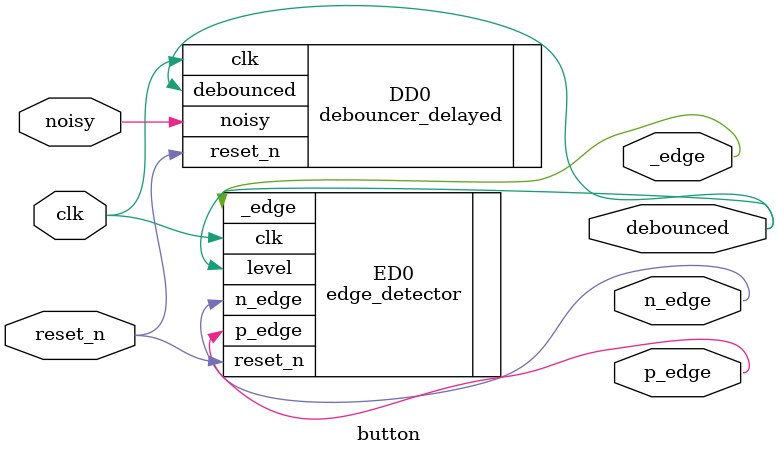
<source format=v>
`timescale 1ns / 1ps


module button(
input clk,reset_n,
input noisy,
output debounced,
output p_edge,n_edge,_edge
    );
    
    debouncer_delayed DD0(
    .clk(clk),
    .reset_n(reset_n),
    .noisy(noisy),
    .debounced(debounced)
    );
    
    edge_detector ED0(
    .clk(clk),
    .reset_n(reset_n),
    .level(debounced),
    .p_edge(p_edge),
    .n_edge(n_edge),
    ._edge(_edge)
    );
endmodule

</source>
